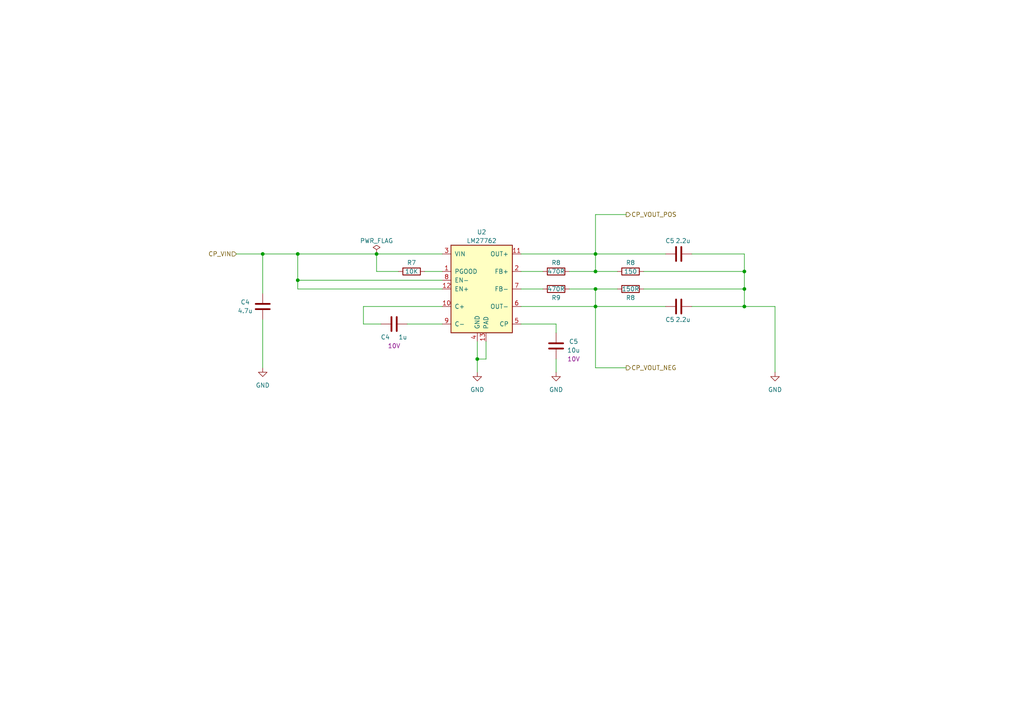
<source format=kicad_sch>
(kicad_sch (version 20230121) (generator eeschema)
  (paper "A4")
  (lib_symbols
    (symbol "Device:C" (pin_numbers hide) (pin_names (offset 0.254))
      (property "Reference" "C" (at 0.635 2.54 0))
      (property "Value" "C" (at 0.635 -2.54 0))
      (symbol "C_0_1"
        (polyline (pts (xy -2.032 -0.762) (xy 2.032 -0.762)) (stroke (width 0.508)))
        (polyline (pts (xy -2.032 0.762) (xy 2.032 0.762)) (stroke (width 0.508)))
      )
      (symbol "C_1_1"
        (pin passive line (at 0 3.81 270) (length 2.794) (name "~") (number "1"))
        (pin passive line (at 0 -3.81 90) (length 2.794) (name "~") (number "2"))
      )
    )
    (symbol "Device:R" (pin_numbers hide) (pin_names (offset 0))
      (property "Reference" "R" (at 2.032 0 90))
      (property "Value" "R" (at 0 0 90))
      (symbol "R_0_1"
        (rectangle (start -1.016 -2.54) (end 1.016 2.54) (stroke (width 0.254)))
      )
      (symbol "R_1_1"
        (pin passive line (at 0 3.81 270) (length 1.27) (name "~") (number "1"))
        (pin passive line (at 0 -3.81 90) (length 1.27) (name "~") (number "2"))
      )
    )
    (symbol "Regulator_SwitchedCapacitor:LM27762" (pin_names (offset 1.016))
      (property "Reference" "U" (at -6.604 8.89 0))
      (property "Value" "LM27762" (at 6.096 8.89 0))
      (symbol "LM27762_0_1"
        (rectangle (start -7.62 7.62) (end 10.16 -17.78) (stroke (width 0.254)) (fill (type background)))
      )
      (symbol "LM27762_1_1"
        (pin open_collector line (at -10.16 0 0) (length 2.54) (name "PGOOD") (number "1"))
        (pin passive line (at -10.16 -10.16 0) (length 2.54) (name "C+") (number "10"))
        (pin power_out line (at 12.7 5.08 180) (length 2.54) (name "OUT+") (number "11"))
        (pin input line (at -10.16 -5.08 0) (length 2.54) (name "EN+") (number "12"))
        (pin power_in line (at 2.54 -20.32 90) (length 2.54) (name "PAD") (number "13"))
        (pin input line (at 12.7 0 180) (length 2.54) (name "FB+") (number "2"))
        (pin power_in line (at -10.16 5.08 0) (length 2.54) (name "VIN") (number "3"))
        (pin power_in line (at 0 -20.32 90) (length 2.54) (name "GND") (number "4"))
        (pin passive line (at 12.7 -15.24 180) (length 2.54) (name "CP") (number "5"))
        (pin power_out line (at 12.7 -10.16 180) (length 2.54) (name "OUT-") (number "6"))
        (pin input line (at 12.7 -5.08 180) (length 2.54) (name "FB-") (number "7"))
        (pin input line (at -10.16 -2.54 0) (length 2.54) (name "EN-") (number "8"))
        (pin passive line (at -10.16 -15.24 0) (length 2.54) (name "C-") (number "9"))
      )
    )
    (symbol "power:GND" (power) (pin_names (offset 0))
      (property "Value" "GND" (at 0 -3.81 0))
      (symbol "GND_0_1"
        (polyline (pts (xy 0 0) (xy 0 -1.27) (xy 1.27 -1.27) (xy 0 -2.54) (xy -1.27 -1.27) (xy 0 -1.27)))
      )
      (symbol "GND_1_1"
        (pin power_in line (at 0 0 270) (length 0) hide (name "GND") (number "1"))
      )
    )
    (symbol "power:PWR_FLAG" (power) (pin_numbers hide) (pin_names (offset 0) hide)
      (property "Value" "PWR_FLAG" (at 0 3.81 0))
      (symbol "PWR_FLAG_0_0"
        (pin power_out line (at 0 0 90) (length 0) (name "pwr") (number "1"))
      )
      (symbol "PWR_FLAG_0_1"
        (polyline (pts (xy 0 0) (xy 0 1.27) (xy -1.016 1.905) (xy 0 2.54) (xy 1.016 1.905) (xy 0 1.27)))
      )
    )
  )
  (junction (at 76.2 73.66))
  (junction (at 172.72 73.66))
  (junction (at 86.36 81.28))
  (junction (at 215.9 83.82))
  (junction (at 109.22 73.66))
  (junction (at 172.72 78.74))
  (junction (at 86.36 73.66))
  (junction (at 172.72 88.9))
  (junction (at 138.43 104.14))
  (junction (at 215.9 78.74))
  (junction (at 172.72 83.82))
  (junction (at 215.9 88.9))
  (wire (pts (xy 86.36 81.28) (xy 86.36 73.66)))
  (wire (pts (xy 140.97 104.14) (xy 140.97 99.06)))
  (wire (pts (xy 200.66 88.9) (xy 215.9 88.9)))
  (wire (pts (xy 215.9 88.9) (xy 224.79 88.9)))
  (wire (pts (xy 215.9 88.9) (xy 215.9 83.82)))
  (wire (pts (xy 224.79 88.9) (xy 224.79 107.95)))
  (wire (pts (xy 215.9 73.66) (xy 215.9 78.74)))
  (wire (pts (xy 172.72 73.66) (xy 193.04 73.66)))
  (wire (pts (xy 86.36 73.66) (xy 109.22 73.66)))
  (wire (pts (xy 151.13 78.74) (xy 157.48 78.74)))
  (wire (pts (xy 165.1 83.82) (xy 172.72 83.82)))
  (wire (pts (xy 76.2 92.71) (xy 76.2 106.68)))
  (wire (pts (xy 165.1 78.74) (xy 172.72 78.74)))
  (wire (pts (xy 118.11 93.98) (xy 128.27 93.98)))
  (wire (pts (xy 138.43 104.14) (xy 138.43 107.95)))
  (wire (pts (xy 151.13 73.66) (xy 172.72 73.66)))
  (wire (pts (xy 105.41 93.98) (xy 105.41 88.9)))
  (wire (pts (xy 115.57 78.74) (xy 109.22 78.74)))
  (wire (pts (xy 109.22 73.66) (xy 128.27 73.66)))
  (wire (pts (xy 105.41 88.9) (xy 128.27 88.9)))
  (wire (pts (xy 215.9 78.74) (xy 215.9 83.82)))
  (wire (pts (xy 172.72 62.23) (xy 172.72 73.66)))
  (wire (pts (xy 172.72 106.68) (xy 181.61 106.68)))
  (wire (pts (xy 172.72 106.68) (xy 172.72 88.9)))
  (wire (pts (xy 161.29 96.52) (xy 161.29 93.98)))
  (wire (pts (xy 172.72 62.23) (xy 181.61 62.23)))
  (wire (pts (xy 172.72 78.74) (xy 179.07 78.74)))
  (wire (pts (xy 109.22 78.74) (xy 109.22 73.66)))
  (wire (pts (xy 138.43 104.14) (xy 140.97 104.14)))
  (wire (pts (xy 172.72 83.82) (xy 179.07 83.82)))
  (wire (pts (xy 86.36 81.28) (xy 128.27 81.28)))
  (wire (pts (xy 151.13 88.9) (xy 172.72 88.9)))
  (wire (pts (xy 76.2 73.66) (xy 86.36 73.66)))
  (wire (pts (xy 161.29 104.14) (xy 161.29 107.95)))
  (wire (pts (xy 76.2 73.66) (xy 76.2 85.09)))
  (wire (pts (xy 86.36 83.82) (xy 86.36 81.28)))
  (wire (pts (xy 110.49 93.98) (xy 105.41 93.98)))
  (wire (pts (xy 68.58 73.66) (xy 76.2 73.66)))
  (wire (pts (xy 138.43 99.06) (xy 138.43 104.14)))
  (wire (pts (xy 172.72 88.9) (xy 193.04 88.9)))
  (wire (pts (xy 86.36 83.82) (xy 128.27 83.82)))
  (wire (pts (xy 186.69 78.74) (xy 215.9 78.74)))
  (wire (pts (xy 172.72 78.74) (xy 172.72 73.66)))
  (wire (pts (xy 172.72 83.82) (xy 172.72 88.9)))
  (wire (pts (xy 151.13 83.82) (xy 157.48 83.82)))
  (wire (pts (xy 161.29 93.98) (xy 151.13 93.98)))
  (wire (pts (xy 186.69 83.82) (xy 215.9 83.82)))
  (wire (pts (xy 200.66 73.66) (xy 215.9 73.66)))
  (wire (pts (xy 123.19 78.74) (xy 128.27 78.74)))
  (hierarchical_label "CP_VOUT_NEG" (shape output) (at 181.61 106.68 0))
  (hierarchical_label "CP_VOUT_POS" (shape output) (at 181.61 62.23 0))
  (hierarchical_label "CP_VIN" (shape input) (at 68.58 73.66 180))
  (symbol (lib_id "Device:R") (at 161.29 83.82 90) (unit 1)
    (property "Reference" "R9" (at 161.29 86.36 90))
    (property "Value" "470R" (at 161.29 83.82 90))
    (property "Footprint" "Resistor_SMD:R_0805_2012Metric_Pad1.20x1.40mm_HandSolder" (effects hide))
  )
  (symbol (lib_id "Device:R") (at 182.88 78.74 90) (mirror x) (unit 1)
    (property "Reference" "R8" (at 182.88 76.2 90))
    (property "Value" "150" (at 182.88 78.74 90))
    (property "Footprint" "Resistor_SMD:R_0805_2012Metric_Pad1.20x1.40mm_HandSolder" (effects hide))
    (instances (project "mxr_microamp" (path "" (reference "R8") (unit 1)) (path "" (reference "R10") (unit 1))))
  )
  (symbol (lib_id "power:GND") (at 224.79 107.95 0) (unit 1)
    (property "Reference" "#PWR010" (effects hide))
    (property "Value" "GND" (at 224.79 113.03 0))
  )
  (symbol (lib_id "Device:C") (at 196.85 88.9 90) (mirror x) (unit 1)
    (property "Reference" "C5" (at 194.31 92.71 90))
    (property "Value" "2.2u" (at 198.12 92.71 90))
    (property "Footprint" "Capacitor_SMD:C_0805_2012Metric_Pad1.18x1.45mm_HandSolder" (effects hide))
    (instances (project "mxr_microamp" (path "" (reference "C5") (unit 1)) (path "" (reference "C7") (unit 1))))
  )
  (symbol (lib_id "Device:C") (at 114.3 93.98 270) (unit 1)
    (property "Reference" "C4" (at 111.76 97.79 90))
    (property "Value" "1u" (at 116.84 97.79 90))
    (property "Footprint" "Capacitor_SMD:C_0805_2012Metric_Pad1.18x1.45mm_HandSolder" (effects hide))
    (property "Voltage" "10V" (at 114.3 100.33 90))
  )
  (symbol (lib_id "power:GND") (at 76.2 106.68 0) (unit 1)
    (property "Reference" "#PWR012" (effects hide))
    (property "Value" "GND" (at 76.2 111.76 0))
  )
  (symbol (lib_id "Device:R") (at 182.88 83.82 90) (unit 1)
    (property "Reference" "R8" (at 182.88 86.36 90))
    (property "Value" "150R" (at 182.88 83.82 90))
    (property "Footprint" "Resistor_SMD:R_0805_2012Metric_Pad1.20x1.40mm_HandSolder" (effects hide))
    (instances (project "mxr_microamp" (path "" (reference "R8") (unit 1)) (path "" (reference "R11") (unit 1))))
  )
  (symbol (lib_id "Device:C") (at 161.29 100.33 0) (unit 1)
    (property "Reference" "C5" (at 166.37 99.06 0))
    (property "Value" "10u" (at 166.37 101.6 0))
    (property "Footprint" "Capacitor_SMD:C_0805_2012Metric_Pad1.18x1.45mm_HandSolder" (effects hide))
    (property "Voltage" "10V" (at 166.37 104.14 0))
  )
  (symbol (lib_id "Device:R") (at 119.38 78.74 90) (mirror x) (unit 1)
    (property "Reference" "R7" (at 119.38 76.2 90))
    (property "Value" "10K" (at 119.38 78.74 90))
    (property "Footprint" "Resistor_SMD:R_0805_2012Metric_Pad1.20x1.40mm_HandSolder" (effects hide))
  )
  (symbol (lib_id "power:GND") (at 138.43 107.95 0) (unit 1)
    (property "Reference" "#PWR011" (effects hide))
    (property "Value" "GND" (at 138.43 113.03 0))
  )
  (symbol (lib_id "Device:R") (at 161.29 78.74 90) (mirror x) (unit 1)
    (property "Reference" "R8" (at 161.29 76.2 90))
    (property "Value" "470R" (at 161.29 78.74 90))
    (property "Footprint" "Resistor_SMD:R_0805_2012Metric_Pad1.20x1.40mm_HandSolder" (effects hide))
  )
  (symbol (lib_id "Device:C") (at 196.85 73.66 90) (unit 1)
    (property "Reference" "C5" (at 194.31 69.85 90))
    (property "Value" "2.2u" (at 198.12 69.85 90))
    (property "Footprint" "Capacitor_SMD:C_0805_2012Metric_Pad1.18x1.45mm_HandSolder" (effects hide))
    (instances (project "mxr_microamp" (path "" (reference "C5") (unit 1)) (path "" (reference "C6") (unit 1))))
  )
  (symbol (lib_id "power:GND") (at 161.29 107.95 0) (unit 1)
    (property "Reference" "#PWR09" (effects hide))
    (property "Value" "GND" (at 161.29 113.03 0))
  )
  (symbol (lib_id "power:PWR_FLAG") (at 109.22 73.66 0) (unit 1)
    (property "Reference" "#FLG01" (effects hide))
    (property "Value" "PWR_FLAG" (at 109.22 69.85 0))
  )
  (symbol (lib_id "Regulator_SwitchedCapacitor:LM27762") (at 138.43 78.74 0) (unit 1)
    (property "Reference" "U2" (at 139.7 67.31 0))
    (property "Value" "LM27762" (at 139.7 69.85 0))
    (property "Footprint" "Package_SON:WSON-12-1EP_3x2mm_P0.5mm_EP1x2.65_ThermalVias" (effects hide))
    (property "Datasheet" "${KIPRJMOD}/../../hw/datasheets/lm27762.pdf" (effects hide))
  )
  (symbol (lib_id "Device:C") (at 76.2 88.9 0) (unit 1)
    (property "Reference" "C4" (at 71.12 87.63 0))
    (property "Value" "4.7u" (at 71.12 90.17 0))
    (property "Footprint" "Capacitor_SMD:C_0805_2012Metric_Pad1.18x1.45mm_HandSolder" (effects hide))
    (instances (project "mxr_microamp" (path "" (reference "C4") (unit 1)) (path "" (reference "C8") (unit 1))))
  )
)
</source>
